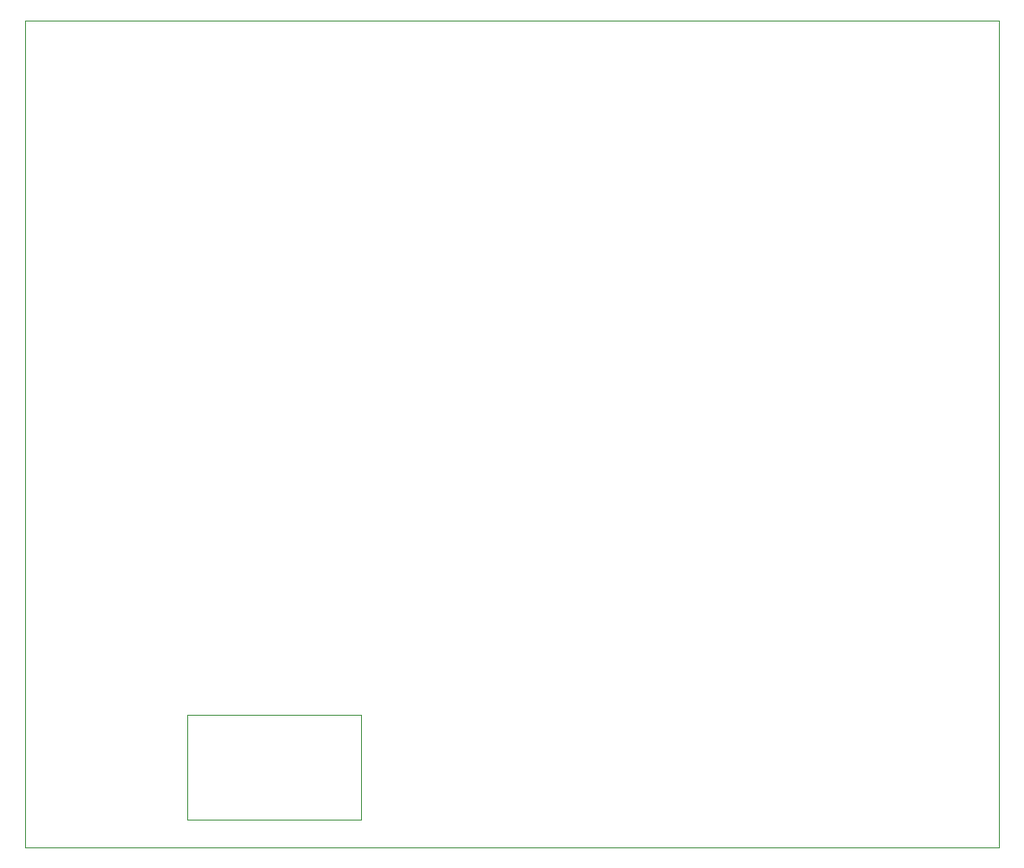
<source format=gm1>
G04 #@! TF.GenerationSoftware,KiCad,Pcbnew,(6.0.2)*
G04 #@! TF.CreationDate,2022-07-18T21:19:02-05:00*
G04 #@! TF.ProjectId,paperd_ink_rev4,70617065-7264-45f6-996e-6b5f72657634,rev?*
G04 #@! TF.SameCoordinates,Original*
G04 #@! TF.FileFunction,Profile,NP*
%FSLAX46Y46*%
G04 Gerber Fmt 4.6, Leading zero omitted, Abs format (unit mm)*
G04 Created by KiCad (PCBNEW (6.0.2)) date 2022-07-18 21:19:02*
%MOMM*%
%LPD*%
G01*
G04 APERTURE LIST*
G04 #@! TA.AperFunction,Profile*
%ADD10C,0.050000*%
G04 #@! TD*
G04 APERTURE END LIST*
D10*
X101960000Y-62180000D02*
X101960000Y-140280000D01*
X101960000Y-62180000D02*
X194060000Y-62180000D01*
X133790000Y-127820000D02*
X133790000Y-137650000D01*
X133790000Y-137650000D02*
X117300000Y-137650000D01*
X101960000Y-140280000D02*
X194060000Y-140280000D01*
X117300000Y-127820000D02*
X117300000Y-137650000D01*
X133790000Y-127820000D02*
X117300000Y-127820000D01*
X194060000Y-62180000D02*
X194060000Y-140280000D01*
M02*

</source>
